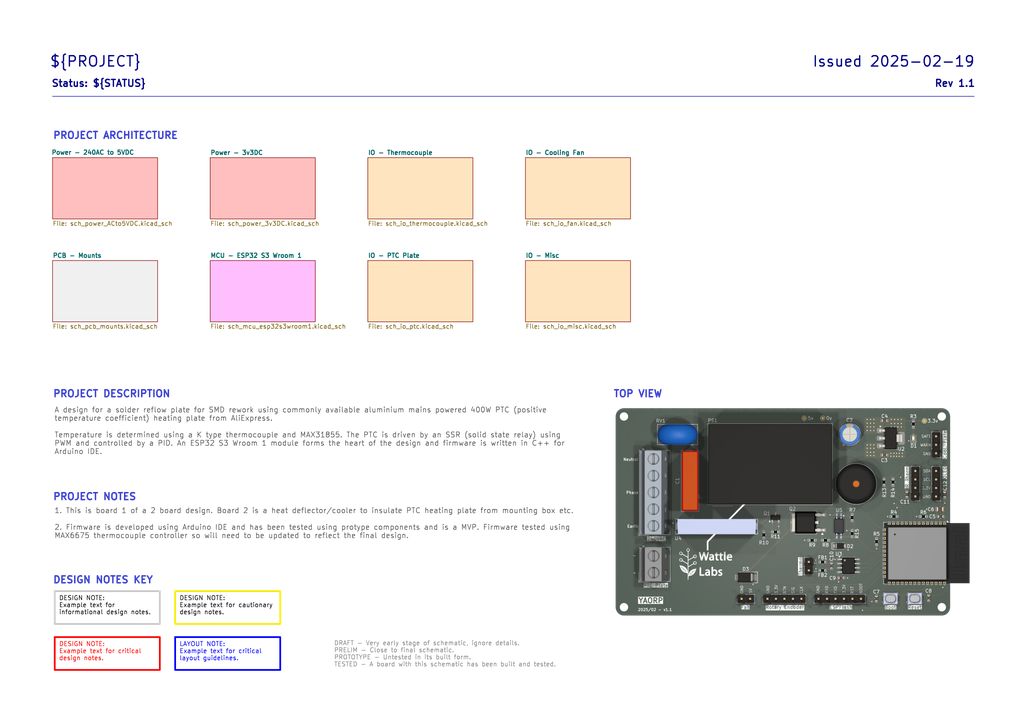
<source format=kicad_sch>
(kicad_sch (version 20231120) (generator "eeschema") (generator_version "8.0")
  (paper "A4")
  (title_block (title "YAORP (Yet Another Open Reflow Plate)") (date "2025-02-19") (rev "1.1") (company "Wattle Labs"))
  (lib_symbols)
  (polyline (pts (xy 15.24 27.94) (xy 282.575 27.94)))
  (image (at 229.87 148.59) (scale 0.268803))
  (text_box "DESIGN NOTE:\nExample text for critical design notes." (at 15.875 184.785 0) (size 30.48 9.525) (stroke (width 0.5) (color 255 0 0 1)) (effects (font (size 1.27 1.27) (thickness 0.1588)) (justify left top)))
  (text_box "DESIGN NOTE:\nExample text for informational design notes." (at 15.875 171.45 0) (size 30.48 9.525) (stroke (width 0.5) (color 200 200 200 1)) (effects (font (size 1.27 1.27)) (justify left top)))
  (text_box "DESIGN NOTE:\nExample text for cautionary design notes." (at 50.8 171.45 0) (size 30.48 9.525) (stroke (width 0.5) (color 250 236 0 1)) (effects (font (size 1.27 1.27)) (justify left top)))
  (text_box "Status: ${STATUS}" (exclude_from_sim yes) (at 13.335 19.05 0) (size 271.78 10.16) (stroke (width -0.0001)) (effects (font (size 2 2) (thickness 0.375)) (justify left)))
  (text_box "DRAFT - Very early stage of schematic, ignore details.\nPRELIM - Close to final schematic.\nPROTOTYPE - Untested in its built form.\nTESTED - A board with this schematic has been built and tested." (at 95.885 184.785 0) (size 69.215 10.16) (stroke (width -0.0001)) (effects (font (size 1.27 1.27)) (justify left top)))
  (text_box "1. This is board 1 of a 2 board design. Board 2 is a heat deflector/cooler to insulate PTC heating plate from mounting box etc.\n\n2. Firmware is developed using Arduino IDE and has been tested using protype components and is a MVP. Firmware tested using MAX6675 thermocouple controller so will need to be updated to reflect the final design." (at 14.605 146.05 0) (size 153.035 18.415) (stroke (width -0.0001)) (effects (font (size 1.5 1.5)) (justify left top)))
  (text_box "Rev ${REVISION}" (exclude_from_sim yes) (at 12.065 19.05 0) (size 272.415 10.16) (stroke (width -0.0001)) (effects (font (size 2 2) (thickness 0.375)) (justify right)))
  (text_box "A design for a solder reflow plate for SMD rework using commonly available aluminium mains powered 400W PTC (positive temperature coefficient) heating plate from AliExpress.\n\nTemperature is determined using a K type thermocouple and MAX31855. The PTC is driven by an SSR (solid state relay) using PWM and controlled by a PID. An ESP32 S3 Wroom 1 module forms the heart of the design and firmware is written in C++ for Arduino IDE." (at 14.605 116.84 0) (size 154.305 22.225) (stroke (width -0.0001)) (effects (font (size 1.5 1.5)) (justify left top)))
  (text_box "${PROJECT}" (exclude_from_sim yes) (at 12.065 12.065 0) (size 273.05 11.43) (stroke (width -0.0001)) (effects (font (size 3 3) (thickness 0.375)) (justify left)))
  (text_box "LAYOUT NOTE:\nExample text for critical layout guidelines." (at 50.8 184.785 0) (size 30.48 9.525) (stroke (width 0.5) (color 0 0 255 1)) (effects (font (size 1.27 1.27) (thickness 0.1588)) (justify left top)))
  (text_box "Issued ${ISSUE_DATE}" (exclude_from_sim yes) (at 12.065 12.065 0) (size 273.05 11.43) (stroke (width -0.0001)) (effects (font (size 3 3) (thickness 0.375)) (justify right)))
  (text "PROJECT DESCRIPTION" (at 15.24 115.57 0) (effects (font (size 2 2) (bold yes)) (justify left bottom)))
  (text "PROJECT NOTES" (at 15.24 145.415 0) (effects (font (size 2 2) (bold yes)) (justify left bottom)))
  (text "TOP VIEW" (at 177.8 115.57 0) (effects (font (size 2 2) (bold yes)) (justify left bottom)))
  (text "DESIGN NOTES KEY" (at 15.24 169.545 0) (effects (font (size 2 2) (bold yes)) (justify left bottom)))
  (text "PROJECT ARCHITECTURE" (at 15.24 40.64 0) (effects (font (size 2 2) (bold yes)) (justify left bottom)))
  (sheet (at 15.24 45.72) (size 30.48 17.78) (stroke (width 0.1524)) (fill (color 255 0 0 0.2500))
    (property "Sheetname" "Power - 240AC to 5VDC" (at 26.924 44.196 0) (effects (font (thickness 0.254) (bold yes))))
    (property "Sheetfile" "sch_power_ACto5VDC.kicad_sch" (at 15.24 64.0846 0) (effects (justify left top)))
  )
  (sheet (at 106.68 75.565) (size 30.48 17.78) (stroke (width 0.1524)) (fill (color 255 153 0 0.2500))
    (property "Sheetname" "IO - PTC Plate" (at 106.68 74.8534 0) (effects (font (thickness 0.254) (bold yes)) (justify left bottom)))
    (property "Sheetfile" "sch_io_ptc.kicad_sch" (at 106.68 93.9296 0) (effects (justify left top)))
  )
  (sheet (at 152.4 75.565) (size 30.48 17.78) (stroke (width 0.1524)) (fill (color 255 153 0 0.2500))
    (property "Sheetname" "IO - Misc" (at 152.4 74.8534 0) (effects (font (thickness 0.254) (bold yes)) (justify left bottom)))
    (property "Sheetfile" "sch_io_misc.kicad_sch" (at 152.4 93.9296 0) (effects (justify left top)))
  )
  (sheet (at 15.24 75.565) (size 30.48 17.78) (stroke (width 0.1524)) (fill (color 194 194 194 0.2400))
    (property "Sheetname" "PCB - Mounts" (at 15.24 74.8534 0) (effects (font (thickness 0.254) (bold yes)) (justify left bottom)))
    (property "Sheetfile" "sch_pcb_mounts.kicad_sch" (at 15.24 93.9296 0) (effects (justify left top)))
  )
  (sheet (at 152.4 45.72) (size 30.48 17.78) (stroke (width 0.1524)) (fill (color 255 153 0 0.2500))
    (property "Sheetname" "IO - Cooling Fan" (at 152.4 45.0084 0) (effects (font (thickness 0.254) (bold yes)) (justify left bottom)))
    (property "Sheetfile" "sch_io_fan.kicad_sch" (at 152.4 64.0846 0) (effects (justify left top)))
  )
  (sheet (at 16.51 215.9) (size 35.56 12.7) (stroke (width 0.1524))
    (property "Sheetname" "Revision History" (at 16.51 215.1884 0) (effects (justify left bottom)))
    (property "Sheetfile" "project history.kicad_sch" (at 16.51 229.1846 0) (effects (justify left top)))
  )
  (sheet (at 60.96 45.72) (size 30.48 17.78) (stroke (width 0.1524)) (fill (color 255 0 0 0.2500))
    (property "Sheetname" "Power - 3v3DC" (at 60.96 45.0084 0) (effects (font (thickness 0.254) (bold yes)) (justify left bottom)))
    (property "Sheetfile" "sch_power_3v3DC.kicad_sch" (at 60.96 64.0846 0) (effects (justify left top)))
  )
  (sheet (at 60.96 75.565) (size 30.48 17.78) (stroke (width 0.1524)) (fill (color 255 0 255 0.2500))
    (property "Sheetname" "MCU - ESP32 S3 Wroom 1" (at 60.96 74.8534 0) (effects (font (thickness 0.254) (bold yes)) (justify left bottom)))
    (property "Sheetfile" "sch_mcu_esp32s3wroom1.kicad_sch" (at 60.96 93.9296 0) (effects (justify left top)))
  )
  (sheet (at 106.68 45.72) (size 30.48 17.78) (stroke (width 0.1524)) (fill (color 255 153 0 0.2500))
    (property "Sheetname" "IO - Thermocouple" (at 106.68 45.0084 0) (effects (font (thickness 0.254) (bold yes)) (justify left bottom)))
    (property "Sheetfile" "sch_io_thermocouple.kicad_sch" (at 106.68 64.0846 0) (effects (justify left top)))
  )
)
</source>
